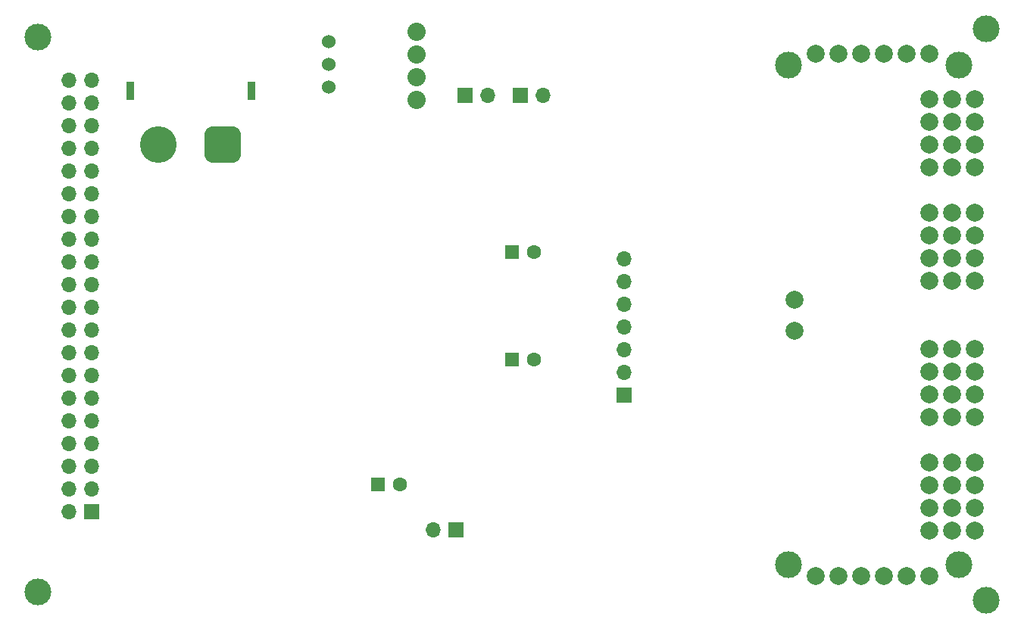
<source format=gbr>
%TF.GenerationSoftware,KiCad,Pcbnew,8.0.1*%
%TF.CreationDate,2024-05-27T17:32:14-07:00*%
%TF.ProjectId,pcb-v3,7063622d-7633-42e6-9b69-6361645f7063,rev?*%
%TF.SameCoordinates,Original*%
%TF.FileFunction,Soldermask,Bot*%
%TF.FilePolarity,Negative*%
%FSLAX46Y46*%
G04 Gerber Fmt 4.6, Leading zero omitted, Abs format (unit mm)*
G04 Created by KiCad (PCBNEW 8.0.1) date 2024-05-27 17:32:14*
%MOMM*%
%LPD*%
G01*
G04 APERTURE LIST*
G04 Aperture macros list*
%AMRoundRect*
0 Rectangle with rounded corners*
0 $1 Rounding radius*
0 $2 $3 $4 $5 $6 $7 $8 $9 X,Y pos of 4 corners*
0 Add a 4 corners polygon primitive as box body*
4,1,4,$2,$3,$4,$5,$6,$7,$8,$9,$2,$3,0*
0 Add four circle primitives for the rounded corners*
1,1,$1+$1,$2,$3*
1,1,$1+$1,$4,$5*
1,1,$1+$1,$6,$7*
1,1,$1+$1,$8,$9*
0 Add four rect primitives between the rounded corners*
20,1,$1+$1,$2,$3,$4,$5,0*
20,1,$1+$1,$4,$5,$6,$7,0*
20,1,$1+$1,$6,$7,$8,$9,0*
20,1,$1+$1,$8,$9,$2,$3,0*%
G04 Aperture macros list end*
%ADD10R,1.600000X1.600000*%
%ADD11C,1.600000*%
%ADD12R,1.700000X1.700000*%
%ADD13O,1.700000X1.700000*%
%ADD14C,2.032000*%
%ADD15C,3.000000*%
%ADD16C,1.524000*%
%ADD17C,2.000000*%
%ADD18R,0.900000X2.000000*%
%ADD19RoundRect,1.025000X-1.025000X-1.025000X1.025000X-1.025000X1.025000X1.025000X-1.025000X1.025000X0*%
%ADD20C,4.100000*%
G04 APERTURE END LIST*
D10*
%TO.C,C3*%
X181000000Y-55000000D03*
D11*
X183500000Y-55000000D03*
%TD*%
D10*
%TO.C,C2*%
X181000000Y-67000000D03*
D11*
X183500000Y-67000000D03*
%TD*%
D10*
%TO.C,C1*%
X166000000Y-81000000D03*
D11*
X168500000Y-81000000D03*
%TD*%
D12*
%TO.C,J1*%
X175725000Y-37505000D03*
D13*
X178265000Y-37505000D03*
%TD*%
D12*
%TO.C,J4*%
X174775000Y-86125000D03*
D13*
X172235000Y-86125000D03*
%TD*%
D14*
%TO.C,Q2*%
X170330400Y-37956000D03*
X170330400Y-35416000D03*
X170330400Y-32876000D03*
X170330400Y-30336000D03*
%TD*%
D12*
%TO.C,J2*%
X193500000Y-71000000D03*
D13*
X193500000Y-68460000D03*
X193500000Y-65920000D03*
X193500000Y-63380000D03*
X193500000Y-60840000D03*
X193500000Y-58300000D03*
X193500000Y-55760000D03*
%TD*%
D15*
%TO.C,*%
X234000000Y-30000000D03*
%TD*%
D12*
%TO.C,J3*%
X181960000Y-37500000D03*
D13*
X184500000Y-37500000D03*
%TD*%
D16*
%TO.C,Q1*%
X160500000Y-36580000D03*
X160500000Y-34040000D03*
X160500000Y-31500000D03*
%TD*%
D15*
%TO.C,U2*%
X211952000Y-90000000D03*
X231002000Y-89974600D03*
X211952000Y-34094600D03*
X231002000Y-34094600D03*
D17*
X227700000Y-91244600D03*
X230240000Y-86164600D03*
X230240000Y-83624600D03*
X230240000Y-81084600D03*
X230240000Y-78544600D03*
X230240000Y-73464600D03*
X230240000Y-70924600D03*
X230240000Y-68384600D03*
X230240000Y-65844600D03*
X230240000Y-58224600D03*
X230240000Y-55684600D03*
X230240000Y-53144600D03*
X230240000Y-50604600D03*
X230240000Y-45524600D03*
X230240000Y-42984600D03*
X230240000Y-40444600D03*
X230240000Y-37904600D03*
X227700000Y-32824600D03*
X225160000Y-91244600D03*
X225160000Y-32824600D03*
X222620000Y-91244600D03*
X222620000Y-32824600D03*
X220080000Y-91244600D03*
X220080000Y-32824600D03*
X217540000Y-91244600D03*
X217540000Y-32824600D03*
X215000000Y-91244600D03*
X232780000Y-86164600D03*
X232780000Y-83624600D03*
X232780000Y-81084600D03*
X232780000Y-78544600D03*
X232780000Y-73464600D03*
X232780000Y-70924600D03*
X232780000Y-68384600D03*
X232780000Y-65844600D03*
X232780000Y-58224600D03*
X232780000Y-55684600D03*
X232780000Y-53144600D03*
X232780000Y-50604600D03*
X232780000Y-45524600D03*
X232780000Y-42984600D03*
X232780000Y-40444600D03*
X232780000Y-37904600D03*
X215000000Y-32824600D03*
X227700000Y-86164600D03*
X227700000Y-83624600D03*
X227700000Y-81084600D03*
X227700000Y-78544600D03*
X227700000Y-73464600D03*
X227700000Y-70924600D03*
X227700000Y-68384600D03*
X227700000Y-65844600D03*
X227700000Y-58224600D03*
X227700000Y-55684600D03*
X227700000Y-53144600D03*
X227700000Y-50604600D03*
X227700000Y-45524600D03*
X227700000Y-42984600D03*
X227700000Y-40444600D03*
X227700000Y-37904600D03*
X212587000Y-63812600D03*
X212587000Y-60358200D03*
%TD*%
D18*
%TO.C,C2*%
X138350000Y-37000000D03*
X151850000Y-37000000D03*
D19*
X148700000Y-43000000D03*
D20*
X141500000Y-43000000D03*
%TD*%
D15*
%TO.C,*%
X128000000Y-93000000D03*
%TD*%
%TO.C,*%
X128000000Y-31000000D03*
%TD*%
%TO.C,*%
X234000000Y-94000000D03*
%TD*%
D12*
%TO.C,J5*%
X134000000Y-84020000D03*
D13*
X131460000Y-84020000D03*
X134000000Y-81480000D03*
X131460000Y-81480000D03*
X134000000Y-78940000D03*
X131460000Y-78940000D03*
X134000000Y-76400000D03*
X131460000Y-76400000D03*
X134000000Y-73860000D03*
X131460000Y-73860000D03*
X134000000Y-71320000D03*
X131460000Y-71320000D03*
X134000000Y-68780000D03*
X131460000Y-68780000D03*
X134000000Y-66240000D03*
X131460000Y-66240000D03*
X134000000Y-63700000D03*
X131460000Y-63700000D03*
X134000000Y-61160000D03*
X131460000Y-61160000D03*
X134000000Y-58620000D03*
X131460000Y-58620000D03*
X134000000Y-56080000D03*
X131460000Y-56080000D03*
X134000000Y-53540000D03*
X131460000Y-53540000D03*
X134000000Y-51000000D03*
X131460000Y-51000000D03*
X134000000Y-48460000D03*
X131460000Y-48460000D03*
X134000000Y-45920000D03*
X131460000Y-45920000D03*
X134000000Y-43380000D03*
X131460000Y-43380000D03*
X134000000Y-40840000D03*
X131460000Y-40840000D03*
X134000000Y-38300000D03*
X131460000Y-38300000D03*
X134000000Y-35760000D03*
X131460000Y-35760000D03*
%TD*%
M02*

</source>
